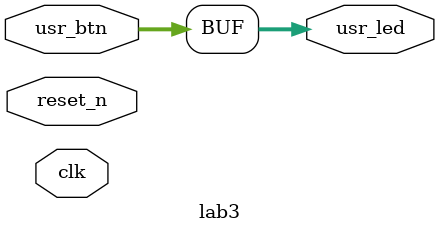
<source format=v>
`timescale 1ns / 1ps


module lab3(
  input  clk,            // System clock at 100 MHz
  input  reset_n,        // System reset signal, in negative logic
  input  [3:0] usr_btn,  // Four user pushbuttons
  output [3:0] usr_led   // Four yellow LEDs
);

assign usr_led = usr_btn;

endmodule

</source>
